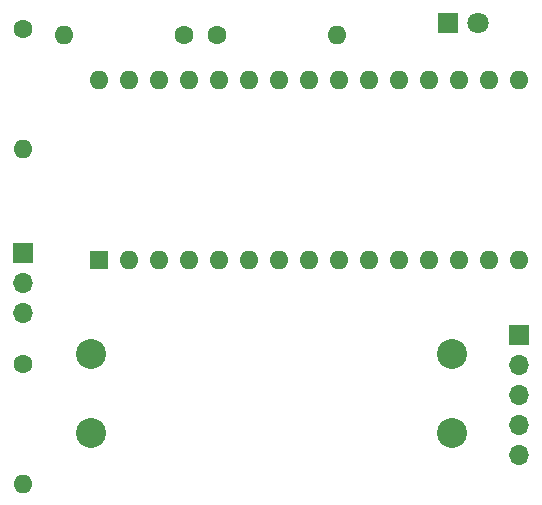
<source format=gbs>
G04 #@! TF.GenerationSoftware,KiCad,Pcbnew,9.0.0*
G04 #@! TF.CreationDate,2025-03-24T14:59:24-06:00*
G04 #@! TF.ProjectId,gc_2_n64,67635f32-5f6e-4363-942e-6b696361645f,rev?*
G04 #@! TF.SameCoordinates,Original*
G04 #@! TF.FileFunction,Soldermask,Bot*
G04 #@! TF.FilePolarity,Negative*
%FSLAX46Y46*%
G04 Gerber Fmt 4.6, Leading zero omitted, Abs format (unit mm)*
G04 Created by KiCad (PCBNEW 9.0.0) date 2025-03-24 14:59:24*
%MOMM*%
%LPD*%
G01*
G04 APERTURE LIST*
%ADD10C,1.600000*%
%ADD11O,1.600000X1.600000*%
%ADD12R,1.600000X1.600000*%
%ADD13C,2.540000*%
%ADD14R,1.800000X1.800000*%
%ADD15C,1.800000*%
%ADD16R,1.700000X1.700000*%
%ADD17O,1.700000X1.700000*%
G04 APERTURE END LIST*
D10*
X92000000Y-125000000D03*
D11*
X92000000Y-135160000D03*
D10*
X92000000Y-153340000D03*
D11*
X92000000Y-163500000D03*
D12*
X98450000Y-144610000D03*
D11*
X100990000Y-144610000D03*
X103530000Y-144610000D03*
X106070000Y-144610000D03*
X108610000Y-144610000D03*
X111150000Y-144610000D03*
X113690000Y-144610000D03*
X116230000Y-144610000D03*
X118770000Y-144610000D03*
X121310000Y-144610000D03*
X123850000Y-144610000D03*
X126390000Y-144610000D03*
X128930000Y-144610000D03*
X131470000Y-144610000D03*
X134010000Y-144610000D03*
X134010000Y-129370000D03*
X131470000Y-129370000D03*
X128930000Y-129370000D03*
X126390000Y-129370000D03*
X123850000Y-129370000D03*
X121310000Y-129370000D03*
X118770000Y-129370000D03*
X116230000Y-129370000D03*
X113690000Y-129370000D03*
X111150000Y-129370000D03*
X108610000Y-129370000D03*
X106070000Y-129370000D03*
X103530000Y-129370000D03*
X100990000Y-129370000D03*
X98450000Y-129370000D03*
D13*
X97800000Y-159200000D03*
X97800000Y-152500000D03*
X128300000Y-159200000D03*
X128300000Y-152500000D03*
D10*
X105660000Y-125500000D03*
D11*
X95500000Y-125500000D03*
D14*
X127960000Y-124500000D03*
D15*
X130500000Y-124500000D03*
D16*
X92000000Y-144000000D03*
D17*
X92000000Y-146540000D03*
X92000000Y-149080000D03*
D16*
X134000000Y-150960000D03*
D17*
X134000000Y-153500000D03*
X134000000Y-156040000D03*
X134000000Y-158580000D03*
X134000000Y-161120000D03*
D10*
X108420000Y-125500000D03*
D11*
X118580000Y-125500000D03*
M02*

</source>
